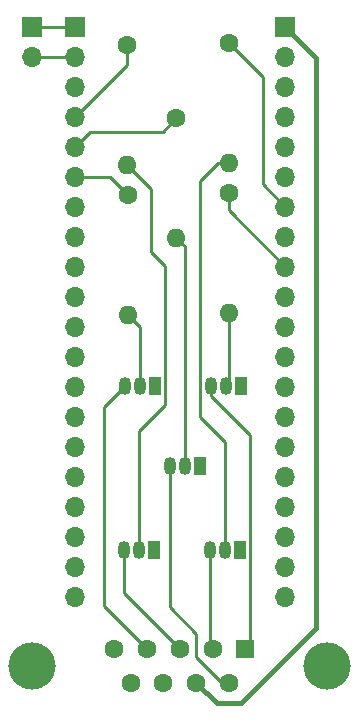
<source format=gbr>
%TF.GenerationSoftware,KiCad,Pcbnew,7.0.9-7.0.9~ubuntu22.04.1*%
%TF.CreationDate,2023-11-26T13:03:36+11:00*%
%TF.ProjectId,usbcontroller-c64,75736263-6f6e-4747-926f-6c6c65722d63,v02*%
%TF.SameCoordinates,Original*%
%TF.FileFunction,Copper,L1,Top*%
%TF.FilePolarity,Positive*%
%FSLAX46Y46*%
G04 Gerber Fmt 4.6, Leading zero omitted, Abs format (unit mm)*
G04 Created by KiCad (PCBNEW 7.0.9-7.0.9~ubuntu22.04.1) date 2023-11-26 13:03:36*
%MOMM*%
%LPD*%
G01*
G04 APERTURE LIST*
%TA.AperFunction,ComponentPad*%
%ADD10C,4.000000*%
%TD*%
%TA.AperFunction,ComponentPad*%
%ADD11R,1.600000X1.600000*%
%TD*%
%TA.AperFunction,ComponentPad*%
%ADD12C,1.600000*%
%TD*%
%TA.AperFunction,ComponentPad*%
%ADD13R,1.700000X1.700000*%
%TD*%
%TA.AperFunction,ComponentPad*%
%ADD14O,1.700000X1.700000*%
%TD*%
%TA.AperFunction,ComponentPad*%
%ADD15R,1.050000X1.500000*%
%TD*%
%TA.AperFunction,ComponentPad*%
%ADD16O,1.050000X1.500000*%
%TD*%
%TA.AperFunction,ComponentPad*%
%ADD17O,1.600000X1.600000*%
%TD*%
%TA.AperFunction,Conductor*%
%ADD18C,0.250000*%
%TD*%
%TA.AperFunction,Conductor*%
%ADD19C,0.400000*%
%TD*%
G04 APERTURE END LIST*
D10*
%TO.P,J6,0*%
%TO.N,N/C*%
X143008800Y-147862869D03*
X168008800Y-147862869D03*
D11*
%TO.P,J6,1,1*%
%TO.N,/UP*%
X161048800Y-146442869D03*
D12*
%TO.P,J6,2,2*%
%TO.N,/DOWN*%
X158278800Y-146442869D03*
%TO.P,J6,3,3*%
%TO.N,/LEFT*%
X155508800Y-146442869D03*
%TO.P,J6,4,4*%
%TO.N,/RIGHT*%
X152738800Y-146442869D03*
%TO.P,J6,5,5*%
%TO.N,/POTAY*%
X149968800Y-146442869D03*
%TO.P,J6,6,6*%
%TO.N,/FIRE*%
X159663800Y-149282869D03*
%TO.P,J6,7,7*%
%TO.N,/VBUS*%
X156893800Y-149282869D03*
%TO.P,J6,8,8*%
%TO.N,GND*%
X154123800Y-149282869D03*
%TO.P,J6,9,9*%
%TO.N,/POTAX*%
X151353800Y-149282869D03*
%TD*%
D13*
%TO.P,J1,1,Pin_1*%
%TO.N,/TX*%
X146610000Y-93726000D03*
D14*
%TO.P,J1,2,Pin_2*%
%TO.N,/RX*%
X146610000Y-96266000D03*
%TO.P,J1,3,Pin_3*%
%TO.N,unconnected-(J1-Pin_3-Pad3)*%
X146610000Y-98806000D03*
%TO.P,J1,4,Pin_4*%
%TO.N,Net-(J1-Pin_4)*%
X146610000Y-101346000D03*
%TO.P,J1,5,Pin_5*%
%TO.N,Net-(J1-Pin_5)*%
X146610000Y-103886000D03*
%TO.P,J1,6,Pin_6*%
%TO.N,Net-(J1-Pin_6)*%
X146610000Y-106426000D03*
%TO.P,J1,7,Pin_7*%
%TO.N,unconnected-(J1-Pin_7-Pad7)*%
X146610000Y-108966000D03*
%TO.P,J1,8,Pin_8*%
%TO.N,unconnected-(J1-Pin_8-Pad8)*%
X146610000Y-111506000D03*
%TO.P,J1,9,Pin_9*%
%TO.N,unconnected-(J1-Pin_9-Pad9)*%
X146610000Y-114046000D03*
%TO.P,J1,10,Pin_10*%
%TO.N,unconnected-(J1-Pin_10-Pad10)*%
X146610000Y-116586000D03*
%TO.P,J1,11,Pin_11*%
%TO.N,unconnected-(J1-Pin_11-Pad11)*%
X146610000Y-119126000D03*
%TO.P,J1,12,Pin_12*%
%TO.N,unconnected-(J1-Pin_12-Pad12)*%
X146610000Y-121666000D03*
%TO.P,J1,13,Pin_13*%
%TO.N,unconnected-(J1-Pin_13-Pad13)*%
X146610000Y-124206000D03*
%TO.P,J1,14,Pin_14*%
%TO.N,unconnected-(J1-Pin_14-Pad14)*%
X146610000Y-126746000D03*
%TO.P,J1,15,Pin_15*%
%TO.N,unconnected-(J1-Pin_15-Pad15)*%
X146610000Y-129286000D03*
%TO.P,J1,16,Pin_16*%
%TO.N,unconnected-(J1-Pin_16-Pad16)*%
X146610000Y-131826000D03*
%TO.P,J1,17,Pin_17*%
%TO.N,unconnected-(J1-Pin_17-Pad17)*%
X146610000Y-134366000D03*
%TO.P,J1,18,Pin_18*%
%TO.N,unconnected-(J1-Pin_18-Pad18)*%
X146610000Y-136906000D03*
%TO.P,J1,19,Pin_19*%
%TO.N,unconnected-(J1-Pin_19-Pad19)*%
X146610000Y-139446000D03*
%TO.P,J1,20,Pin_20*%
%TO.N,unconnected-(J1-Pin_20-Pad20)*%
X146610000Y-141986000D03*
%TD*%
D15*
%TO.P,Q5,1,E*%
%TO.N,GND*%
X160680400Y-124185000D03*
D16*
%TO.P,Q5,2,B*%
%TO.N,Net-(Q5-B)*%
X159410400Y-124185000D03*
%TO.P,Q5,3,C*%
%TO.N,/UP*%
X158140400Y-124185000D03*
%TD*%
D15*
%TO.P,Q3,1,E*%
%TO.N,GND*%
X153416000Y-124180600D03*
D16*
%TO.P,Q3,2,B*%
%TO.N,Net-(Q3-B)*%
X152146000Y-124180600D03*
%TO.P,Q3,3,C*%
%TO.N,/RIGHT*%
X150876000Y-124180600D03*
%TD*%
D12*
%TO.P,R2,1*%
%TO.N,Net-(J1-Pin_5)*%
X155194000Y-101468600D03*
D17*
%TO.P,R2,2*%
%TO.N,Net-(Q2-B)*%
X155194000Y-111628600D03*
%TD*%
D15*
%TO.P,Q1,1,E*%
%TO.N,GND*%
X153314400Y-138014800D03*
D16*
%TO.P,Q1,2,B*%
%TO.N,Net-(Q1-B)*%
X152044400Y-138014800D03*
%TO.P,Q1,3,C*%
%TO.N,/LEFT*%
X150774400Y-138014800D03*
%TD*%
D12*
%TO.P,R1,1*%
%TO.N,Net-(J1-Pin_4)*%
X151003000Y-95245600D03*
D17*
%TO.P,R1,2*%
%TO.N,Net-(Q1-B)*%
X151003000Y-105405600D03*
%TD*%
D12*
%TO.P,R3,1*%
%TO.N,Net-(J1-Pin_6)*%
X151130000Y-107945600D03*
D17*
%TO.P,R3,2*%
%TO.N,Net-(Q3-B)*%
X151130000Y-118105600D03*
%TD*%
D15*
%TO.P,Q2,1,E*%
%TO.N,GND*%
X157175200Y-130907200D03*
D16*
%TO.P,Q2,2,B*%
%TO.N,Net-(Q2-B)*%
X155905200Y-130907200D03*
%TO.P,Q2,3,C*%
%TO.N,/FIRE*%
X154635200Y-130907200D03*
%TD*%
D12*
%TO.P,R4,1*%
%TO.N,Net-(J2-Pin_7)*%
X159639000Y-95118600D03*
D17*
%TO.P,R4,2*%
%TO.N,Net-(Q4-B)*%
X159639000Y-105278600D03*
%TD*%
D12*
%TO.P,R5,1*%
%TO.N,Net-(J2-Pin_9)*%
X159639000Y-107818600D03*
D17*
%TO.P,R5,2*%
%TO.N,Net-(Q5-B)*%
X159639000Y-117978600D03*
%TD*%
D15*
%TO.P,Q4,1,E*%
%TO.N,GND*%
X160578800Y-138019200D03*
D16*
%TO.P,Q4,2,B*%
%TO.N,Net-(Q4-B)*%
X159308800Y-138019200D03*
%TO.P,Q4,3,C*%
%TO.N,/DOWN*%
X158038800Y-138019200D03*
%TD*%
D13*
%TO.P,J5,1,Pin_1*%
%TO.N,/TX*%
X143002000Y-93726000D03*
D14*
%TO.P,J5,2,Pin_2*%
%TO.N,/RX*%
X143002000Y-96266000D03*
%TD*%
D13*
%TO.P,J2,1,Pin_1*%
%TO.N,/VBUS*%
X164390000Y-93726000D03*
D14*
%TO.P,J2,2,Pin_2*%
%TO.N,unconnected-(J2-Pin_2-Pad2)*%
X164390000Y-96266000D03*
%TO.P,J2,3,Pin_3*%
%TO.N,GND*%
X164390000Y-98806000D03*
%TO.P,J2,4,Pin_4*%
%TO.N,unconnected-(J2-Pin_4-Pad4)*%
X164390000Y-101346000D03*
%TO.P,J2,5,Pin_5*%
%TO.N,unconnected-(J2-Pin_5-Pad5)*%
X164390000Y-103886000D03*
%TO.P,J2,6,Pin_6*%
%TO.N,unconnected-(J2-Pin_6-Pad6)*%
X164390000Y-106426000D03*
%TO.P,J2,7,Pin_7*%
%TO.N,Net-(J2-Pin_7)*%
X164390000Y-108966000D03*
%TO.P,J2,8,Pin_8*%
%TO.N,unconnected-(J2-Pin_8-Pad8)*%
X164390000Y-111506000D03*
%TO.P,J2,9,Pin_9*%
%TO.N,Net-(J2-Pin_9)*%
X164390000Y-114046000D03*
%TO.P,J2,10,Pin_10*%
%TO.N,unconnected-(J2-Pin_10-Pad10)*%
X164390000Y-116586000D03*
%TO.P,J2,11,Pin_11*%
%TO.N,unconnected-(J2-Pin_11-Pad11)*%
X164390000Y-119126000D03*
%TO.P,J2,12,Pin_12*%
%TO.N,unconnected-(J2-Pin_12-Pad12)*%
X164390000Y-121666000D03*
%TO.P,J2,13,Pin_13*%
%TO.N,unconnected-(J2-Pin_13-Pad13)*%
X164390000Y-124206000D03*
%TO.P,J2,14,Pin_14*%
%TO.N,unconnected-(J2-Pin_14-Pad14)*%
X164390000Y-126746000D03*
%TO.P,J2,15,Pin_15*%
%TO.N,unconnected-(J2-Pin_15-Pad15)*%
X164390000Y-129286000D03*
%TO.P,J2,16,Pin_16*%
%TO.N,unconnected-(J2-Pin_16-Pad16)*%
X164390000Y-131826000D03*
%TO.P,J2,17,Pin_17*%
%TO.N,unconnected-(J2-Pin_17-Pad17)*%
X164390000Y-134366000D03*
%TO.P,J2,18,Pin_18*%
%TO.N,unconnected-(J2-Pin_18-Pad18)*%
X164390000Y-136906000D03*
%TO.P,J2,19,Pin_19*%
%TO.N,unconnected-(J2-Pin_19-Pad19)*%
X164390000Y-139446000D03*
%TO.P,J2,20,Pin_20*%
%TO.N,unconnected-(J2-Pin_20-Pad20)*%
X164390000Y-141986000D03*
%TD*%
D18*
%TO.N,/RX*%
X146610000Y-96266000D02*
X143002000Y-96266000D01*
%TO.N,/TX*%
X146610000Y-93726000D02*
X143002000Y-93726000D01*
%TO.N,Net-(Q1-B)*%
X152044400Y-138014800D02*
X152044400Y-127990600D01*
X152044400Y-127990600D02*
X154266000Y-125769000D01*
X154266000Y-125769000D02*
X154266000Y-113956200D01*
X153085800Y-107488400D02*
X151003000Y-105405600D01*
X154266000Y-113956200D02*
X153085800Y-112776000D01*
X153085800Y-112776000D02*
X153085800Y-107488400D01*
%TO.N,Net-(Q4-B)*%
X159308800Y-138019200D02*
X159308800Y-128879600D01*
X159308800Y-128879600D02*
X157200600Y-126771400D01*
X158729000Y-105278600D02*
X159639000Y-105278600D01*
X157200600Y-126771400D02*
X157200600Y-106807000D01*
X157200600Y-106807000D02*
X158729000Y-105278600D01*
%TO.N,Net-(J1-Pin_5)*%
X146610000Y-103886000D02*
X147880000Y-102616000D01*
X147880000Y-102616000D02*
X154046600Y-102616000D01*
X154046600Y-102616000D02*
X155194000Y-101468600D01*
%TO.N,/RIGHT*%
X150876000Y-124180600D02*
X149098000Y-125958600D01*
X149098000Y-125958600D02*
X149098000Y-142802069D01*
X149098000Y-142802069D02*
X152738800Y-146442869D01*
%TO.N,/FIRE*%
X154635200Y-130907200D02*
X154635200Y-142875000D01*
X154635200Y-142875000D02*
X156895800Y-145135600D01*
X156895800Y-145135600D02*
X156895800Y-147116800D01*
X156895800Y-147116800D02*
X159061869Y-149282869D01*
X159061869Y-149282869D02*
X159663800Y-149282869D01*
%TO.N,/LEFT*%
X150774400Y-138014800D02*
X150774400Y-141708469D01*
X150774400Y-141708469D02*
X155508800Y-146442869D01*
%TO.N,/DOWN*%
X158038800Y-138019200D02*
X158038800Y-146202869D01*
X158038800Y-146202869D02*
X158278800Y-146442869D01*
%TO.N,/UP*%
X158140400Y-124185000D02*
X158140400Y-124975686D01*
X158140400Y-124975686D02*
X161428800Y-128264086D01*
X161428800Y-128264086D02*
X161428800Y-146062869D01*
X161428800Y-146062869D02*
X161048800Y-146442869D01*
%TO.N,Net-(Q2-B)*%
X155905200Y-130907200D02*
X155905200Y-112339800D01*
X155905200Y-112339800D02*
X155194000Y-111628600D01*
%TO.N,Net-(Q5-B)*%
X159639000Y-117978600D02*
X159639000Y-123956400D01*
X159639000Y-123956400D02*
X159410400Y-124185000D01*
%TO.N,Net-(Q3-B)*%
X151130000Y-118105600D02*
X152146000Y-119121600D01*
X152146000Y-119121600D02*
X152146000Y-124180600D01*
%TO.N,/FIRE*%
X158960269Y-149282869D02*
X159663800Y-149282869D01*
D19*
%TO.N,/VBUS*%
X156893800Y-149282869D02*
X158639331Y-151028400D01*
X167055800Y-144627600D02*
X167055800Y-96391800D01*
X158639331Y-151028400D02*
X160655000Y-151028400D01*
X160655000Y-151028400D02*
X167055800Y-144627600D01*
X167055800Y-96391800D02*
X164390000Y-93726000D01*
D18*
%TO.N,Net-(J2-Pin_7)*%
X159639000Y-95118600D02*
X162509200Y-97988800D01*
X162509200Y-97988800D02*
X162509200Y-107085200D01*
X162509200Y-107085200D02*
X164390000Y-108966000D01*
%TO.N,Net-(J2-Pin_9)*%
X159639000Y-107818600D02*
X159639000Y-109295000D01*
X159639000Y-109295000D02*
X164390000Y-114046000D01*
%TO.N,Net-(J1-Pin_6)*%
X146610000Y-106426000D02*
X149610400Y-106426000D01*
X149610400Y-106426000D02*
X151130000Y-107945600D01*
%TO.N,Net-(J1-Pin_4)*%
X146610000Y-101346000D02*
X151003000Y-96953000D01*
X151003000Y-96953000D02*
X151003000Y-95245600D01*
%TD*%
M02*

</source>
